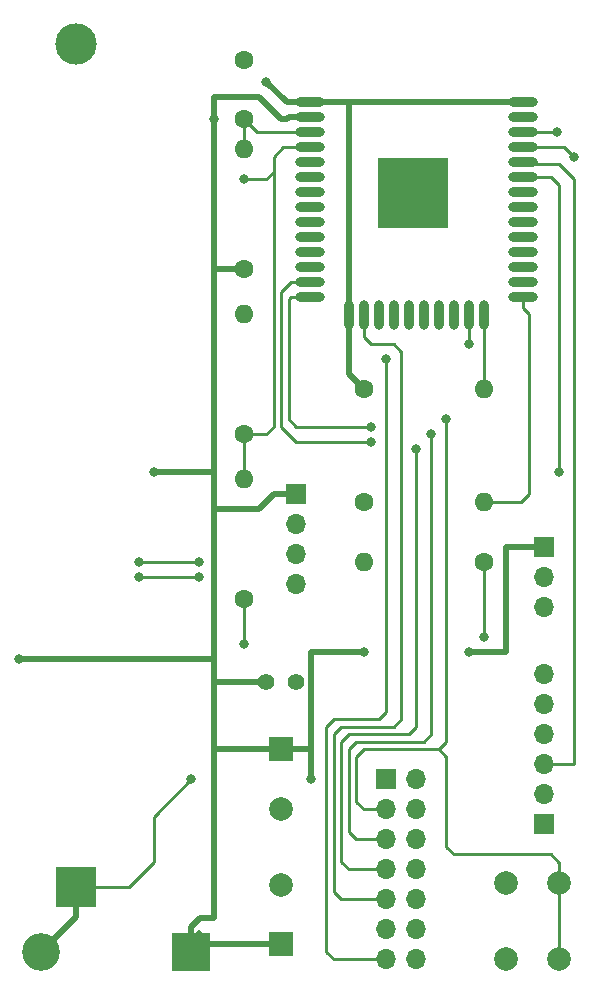
<source format=gtl>
G04 #@! TF.GenerationSoftware,KiCad,Pcbnew,(5.0.0-3-g5ebb6b6)*
G04 #@! TF.CreationDate,2018-08-06T20:02:11+02:00*
G04 #@! TF.ProjectId,esp32-sensornode,65737033322D73656E736F726E6F6465,rev?*
G04 #@! TF.SameCoordinates,Original*
G04 #@! TF.FileFunction,Copper,L1,Top,Signal*
G04 #@! TF.FilePolarity,Positive*
%FSLAX46Y46*%
G04 Gerber Fmt 4.6, Leading zero omitted, Abs format (unit mm)*
G04 Created by KiCad (PCBNEW (5.0.0-3-g5ebb6b6)) date Monday, 06 August 2018 at 20:02:11*
%MOMM*%
%LPD*%
G01*
G04 APERTURE LIST*
G04 #@! TA.AperFunction,ComponentPad*
%ADD10C,3.500000*%
G04 #@! TD*
G04 #@! TA.AperFunction,ComponentPad*
%ADD11R,3.500000X3.500000*%
G04 #@! TD*
G04 #@! TA.AperFunction,ComponentPad*
%ADD12C,1.400000*%
G04 #@! TD*
G04 #@! TA.AperFunction,ComponentPad*
%ADD13R,1.700000X1.700000*%
G04 #@! TD*
G04 #@! TA.AperFunction,ComponentPad*
%ADD14O,1.700000X1.700000*%
G04 #@! TD*
G04 #@! TA.AperFunction,ComponentPad*
%ADD15C,1.600000*%
G04 #@! TD*
G04 #@! TA.AperFunction,ComponentPad*
%ADD16O,1.600000X1.600000*%
G04 #@! TD*
G04 #@! TA.AperFunction,SMDPad,CuDef*
%ADD17O,2.500000X0.900000*%
G04 #@! TD*
G04 #@! TA.AperFunction,SMDPad,CuDef*
%ADD18O,0.900000X2.500000*%
G04 #@! TD*
G04 #@! TA.AperFunction,SMDPad,CuDef*
%ADD19R,6.000000X6.000000*%
G04 #@! TD*
G04 #@! TA.AperFunction,ComponentPad*
%ADD20C,2.000000*%
G04 #@! TD*
G04 #@! TA.AperFunction,ComponentPad*
%ADD21R,2.000000X2.000000*%
G04 #@! TD*
G04 #@! TA.AperFunction,ComponentPad*
%ADD22R,3.200000X3.200000*%
G04 #@! TD*
G04 #@! TA.AperFunction,ComponentPad*
%ADD23O,3.200000X3.200000*%
G04 #@! TD*
G04 #@! TA.AperFunction,ViaPad*
%ADD24C,0.800000*%
G04 #@! TD*
G04 #@! TA.AperFunction,Conductor*
%ADD25C,0.500000*%
G04 #@! TD*
G04 #@! TA.AperFunction,Conductor*
%ADD26C,0.250000*%
G04 #@! TD*
G04 APERTURE END LIST*
D10*
G04 #@! TO.P,BT1,2*
G04 #@! TO.N,GND*
X189030000Y-53295000D03*
D11*
G04 #@! TO.P,BT1,1*
G04 #@! TO.N,BAT*
X189030000Y-124695000D03*
G04 #@! TD*
D12*
G04 #@! TO.P,C3,1*
G04 #@! TO.N,VDD*
X205105000Y-107315000D03*
G04 #@! TO.P,C3,2*
G04 #@! TO.N,GND*
X207605000Y-107315000D03*
G04 #@! TD*
D13*
G04 #@! TO.P,J2,1*
G04 #@! TO.N,N/C*
X228600000Y-119380000D03*
D14*
G04 #@! TO.P,J2,2*
G04 #@! TO.N,/TX*
X228600000Y-116840000D03*
G04 #@! TO.P,J2,3*
G04 #@! TO.N,/RX*
X228600000Y-114300000D03*
G04 #@! TO.P,J2,4*
G04 #@! TO.N,N/C*
X228600000Y-111760000D03*
G04 #@! TO.P,J2,5*
X228600000Y-109220000D03*
G04 #@! TO.P,J2,6*
G04 #@! TO.N,GND*
X228600000Y-106680000D03*
G04 #@! TD*
D13*
G04 #@! TO.P,J3,1*
G04 #@! TO.N,VDD*
X207645000Y-91440000D03*
D14*
G04 #@! TO.P,J3,2*
G04 #@! TO.N,GND*
X207645000Y-93980000D03*
G04 #@! TO.P,J3,3*
G04 #@! TO.N,SCL*
X207645000Y-96520000D03*
G04 #@! TO.P,J3,4*
G04 #@! TO.N,SDA*
X207645000Y-99060000D03*
G04 #@! TD*
D13*
G04 #@! TO.P,J4,1*
G04 #@! TO.N,VDD*
X228600000Y-95885000D03*
D14*
G04 #@! TO.P,J4,2*
G04 #@! TO.N,Net-(J4-Pad2)*
X228600000Y-98425000D03*
G04 #@! TO.P,J4,3*
G04 #@! TO.N,GND*
X228600000Y-100965000D03*
G04 #@! TD*
D15*
G04 #@! TO.P,R1,1*
G04 #@! TO.N,VDD*
X203200000Y-72390000D03*
D16*
G04 #@! TO.P,R1,2*
G04 #@! TO.N,Net-(C1-Pad1)*
X203200000Y-62230000D03*
G04 #@! TD*
G04 #@! TO.P,R2,2*
G04 #@! TO.N,Net-(R2-Pad2)*
X223520000Y-82550000D03*
D15*
G04 #@! TO.P,R2,1*
G04 #@! TO.N,GND*
X213360000Y-82550000D03*
G04 #@! TD*
D16*
G04 #@! TO.P,R3,2*
G04 #@! TO.N,/BOOT*
X223520000Y-92075000D03*
D15*
G04 #@! TO.P,R3,1*
G04 #@! TO.N,Net-(J4-Pad2)*
X213360000Y-92075000D03*
G04 #@! TD*
G04 #@! TO.P,R6,1*
G04 #@! TO.N,BAT*
X203200000Y-100330000D03*
D16*
G04 #@! TO.P,R6,2*
G04 #@! TO.N,BAT_SENS*
X203200000Y-90170000D03*
G04 #@! TD*
D15*
G04 #@! TO.P,R7,1*
G04 #@! TO.N,BAT_SENS*
X203200000Y-86360000D03*
D16*
G04 #@! TO.P,R7,2*
G04 #@! TO.N,GND*
X203200000Y-76200000D03*
G04 #@! TD*
D17*
G04 #@! TO.P,U1,38*
G04 #@! TO.N,GND*
X226805000Y-58250000D03*
G04 #@! TO.P,U1,37*
G04 #@! TO.N,N/C*
X226805000Y-59520000D03*
G04 #@! TO.P,U1,36*
G04 #@! TO.N,SCL*
X226805000Y-60790000D03*
G04 #@! TO.P,U1,35*
G04 #@! TO.N,/TX*
X226805000Y-62060000D03*
G04 #@! TO.P,U1,34*
G04 #@! TO.N,/RX*
X226805000Y-63330000D03*
G04 #@! TO.P,U1,33*
G04 #@! TO.N,SDA*
X226805000Y-64600000D03*
G04 #@! TO.P,U1,32*
G04 #@! TO.N,N/C*
X226805000Y-65870000D03*
G04 #@! TO.P,U1,31*
X226805000Y-67140000D03*
G04 #@! TO.P,U1,30*
X226805000Y-68410000D03*
G04 #@! TO.P,U1,29*
X226805000Y-69680000D03*
G04 #@! TO.P,U1,28*
X226805000Y-70950000D03*
G04 #@! TO.P,U1,27*
X226805000Y-72220000D03*
G04 #@! TO.P,U1,26*
X226805000Y-73490000D03*
G04 #@! TO.P,U1,25*
G04 #@! TO.N,/BOOT*
X226805000Y-74760000D03*
D18*
G04 #@! TO.P,U1,24*
G04 #@! TO.N,Net-(R2-Pad2)*
X223520000Y-76250000D03*
G04 #@! TO.P,U1,23*
G04 #@! TO.N,Net-(J1-Pad13)*
X222250000Y-76250000D03*
G04 #@! TO.P,U1,22*
G04 #@! TO.N,N/C*
X220980000Y-76250000D03*
G04 #@! TO.P,U1,21*
X219710000Y-76250000D03*
G04 #@! TO.P,U1,20*
X218440000Y-76250000D03*
G04 #@! TO.P,U1,19*
X217170000Y-76250000D03*
G04 #@! TO.P,U1,18*
X215900000Y-76250000D03*
G04 #@! TO.P,U1,17*
X214630000Y-76250000D03*
G04 #@! TO.P,U1,16*
G04 #@! TO.N,Net-(J1-Pad9)*
X213360000Y-76250000D03*
G04 #@! TO.P,U1,15*
G04 #@! TO.N,GND*
X212090000Y-76250000D03*
D17*
G04 #@! TO.P,U1,14*
G04 #@! TO.N,Net-(J1-Pad5)*
X208805000Y-74760000D03*
G04 #@! TO.P,U1,13*
G04 #@! TO.N,Net-(J1-Pad7)*
X208805000Y-73490000D03*
G04 #@! TO.P,U1,12*
G04 #@! TO.N,N/C*
X208805000Y-72220000D03*
G04 #@! TO.P,U1,11*
X208805000Y-70950000D03*
G04 #@! TO.P,U1,10*
X208805000Y-69680000D03*
G04 #@! TO.P,U1,9*
X208805000Y-68410000D03*
G04 #@! TO.P,U1,8*
X208805000Y-67140000D03*
G04 #@! TO.P,U1,7*
X208805000Y-65870000D03*
G04 #@! TO.P,U1,6*
X208805000Y-64600000D03*
G04 #@! TO.P,U1,5*
X208805000Y-63330000D03*
G04 #@! TO.P,U1,4*
G04 #@! TO.N,BAT_SENS*
X208805000Y-62060000D03*
G04 #@! TO.P,U1,3*
G04 #@! TO.N,Net-(C1-Pad1)*
X208805000Y-60790000D03*
G04 #@! TO.P,U1,2*
G04 #@! TO.N,VDD*
X208805000Y-59520000D03*
G04 #@! TO.P,U1,1*
G04 #@! TO.N,GND*
X208805000Y-58250000D03*
D19*
G04 #@! TO.P,U1,39*
G04 #@! TO.N,N/C*
X217505000Y-65950000D03*
G04 #@! TD*
D20*
G04 #@! TO.P,SW1,2*
G04 #@! TO.N,Net-(C1-Pad1)*
X229925000Y-130810000D03*
G04 #@! TO.P,SW1,1*
G04 #@! TO.N,Net-(R8-Pad1)*
X225425000Y-130810000D03*
G04 #@! TO.P,SW1,2*
G04 #@! TO.N,Net-(C1-Pad1)*
X229925000Y-124310000D03*
G04 #@! TO.P,SW1,1*
G04 #@! TO.N,Net-(R8-Pad1)*
X225425000Y-124310000D03*
G04 #@! TD*
D15*
G04 #@! TO.P,R8,1*
G04 #@! TO.N,Net-(R8-Pad1)*
X223520000Y-97155000D03*
D16*
G04 #@! TO.P,R8,2*
G04 #@! TO.N,GND*
X213360000Y-97155000D03*
G04 #@! TD*
D13*
G04 #@! TO.P,J1,1*
G04 #@! TO.N,VDD*
X215265000Y-115570000D03*
D14*
G04 #@! TO.P,J1,2*
G04 #@! TO.N,N/C*
X217805000Y-115570000D03*
G04 #@! TO.P,J1,3*
G04 #@! TO.N,Net-(C1-Pad1)*
X215265000Y-118110000D03*
G04 #@! TO.P,J1,4*
G04 #@! TO.N,GND*
X217805000Y-118110000D03*
G04 #@! TO.P,J1,5*
G04 #@! TO.N,Net-(J1-Pad5)*
X215265000Y-120650000D03*
G04 #@! TO.P,J1,6*
G04 #@! TO.N,GND*
X217805000Y-120650000D03*
G04 #@! TO.P,J1,7*
G04 #@! TO.N,Net-(J1-Pad7)*
X215265000Y-123190000D03*
G04 #@! TO.P,J1,8*
G04 #@! TO.N,GND*
X217805000Y-123190000D03*
G04 #@! TO.P,J1,9*
G04 #@! TO.N,Net-(J1-Pad9)*
X215265000Y-125730000D03*
G04 #@! TO.P,J1,10*
G04 #@! TO.N,GND*
X217805000Y-125730000D03*
G04 #@! TO.P,J1,11*
X215265000Y-128270000D03*
G04 #@! TO.P,J1,12*
X217805000Y-128270000D03*
G04 #@! TO.P,J1,13*
G04 #@! TO.N,Net-(J1-Pad13)*
X215265000Y-130810000D03*
G04 #@! TO.P,J1,14*
G04 #@! TO.N,GND*
X217805000Y-130810000D03*
G04 #@! TD*
D15*
G04 #@! TO.P,C1,1*
G04 #@! TO.N,Net-(C1-Pad1)*
X203200000Y-59690000D03*
G04 #@! TO.P,C1,2*
G04 #@! TO.N,GND*
X203200000Y-54690000D03*
G04 #@! TD*
D21*
G04 #@! TO.P,C5,1*
G04 #@! TO.N,VDD*
X206375000Y-113030000D03*
D20*
G04 #@! TO.P,C5,2*
G04 #@! TO.N,GND*
X206375000Y-118030000D03*
G04 #@! TD*
G04 #@! TO.P,C6,2*
G04 #@! TO.N,GND*
X206375000Y-124540000D03*
D21*
G04 #@! TO.P,C6,1*
G04 #@! TO.N,VDD*
X206375000Y-129540000D03*
G04 #@! TD*
D22*
G04 #@! TO.P,D1,1*
G04 #@! TO.N,VDD*
X198755000Y-130175000D03*
D23*
G04 #@! TO.P,D1,2*
G04 #@! TO.N,BAT*
X186055000Y-130175000D03*
G04 #@! TD*
D24*
G04 #@! TO.N,GND*
X205105000Y-56515000D03*
G04 #@! TO.N,Net-(C1-Pad1)*
X220345000Y-85090000D03*
G04 #@! TO.N,Net-(J1-Pad5)*
X213995000Y-85725000D03*
X219075000Y-86360000D03*
G04 #@! TO.N,Net-(J1-Pad7)*
X213995000Y-86995000D03*
X217805000Y-87630000D03*
G04 #@! TO.N,Net-(J1-Pad13)*
X222250000Y-78740000D03*
X215265000Y-80010000D03*
G04 #@! TO.N,BAT_SENS*
X203200000Y-64770000D03*
G04 #@! TO.N,/TX*
X231140000Y-62865000D03*
G04 #@! TO.N,Net-(R8-Pad1)*
X223520000Y-103505000D03*
G04 #@! TO.N,SCL*
X194310000Y-97155000D03*
X199390000Y-97155000D03*
X229700000Y-60790000D03*
G04 #@! TO.N,SDA*
X194310000Y-98425000D03*
X199390000Y-98425000D03*
X229870000Y-89535000D03*
G04 #@! TO.N,VDD*
X195580000Y-89535000D03*
X222250000Y-104775000D03*
X213360000Y-104775000D03*
X208915000Y-115570000D03*
X200660000Y-59690000D03*
X184150000Y-105410000D03*
G04 #@! TO.N,BAT*
X203200000Y-104140000D03*
X198755000Y-115570000D03*
G04 #@! TD*
D25*
G04 #@! TO.N,GND*
X209440000Y-58250000D02*
X208110000Y-58250000D01*
X212040000Y-76200000D02*
X212090000Y-76250000D01*
X212090000Y-81280000D02*
X212090000Y-76250000D01*
X213360000Y-82550000D02*
X212090000Y-81280000D01*
X212090000Y-76250000D02*
X212090000Y-58250000D01*
X212090000Y-58250000D02*
X227440000Y-58250000D01*
X209440000Y-58250000D02*
X212090000Y-58250000D01*
X208805000Y-58250000D02*
X207055000Y-58250000D01*
X206840000Y-58250000D02*
X207055000Y-58250000D01*
X205105000Y-56515000D02*
X206840000Y-58250000D01*
D26*
G04 #@! TO.N,Net-(C1-Pad1)*
X204300000Y-60790000D02*
X203200000Y-59690000D01*
X208805000Y-60790000D02*
X204300000Y-60790000D01*
X203200000Y-59690000D02*
X203200000Y-62230000D01*
X229925000Y-124310000D02*
X229925000Y-130810000D01*
X215265000Y-118110000D02*
X213360000Y-118110000D01*
X213360000Y-118110000D02*
X212725000Y-117475000D01*
X212725000Y-113665000D02*
X213360000Y-113030000D01*
X220345000Y-112395000D02*
X219710000Y-113030000D01*
X220345000Y-85090000D02*
X220345000Y-112395000D01*
X219710000Y-113030000D02*
X220345000Y-113665000D01*
X229925000Y-122610000D02*
X229925000Y-124310000D01*
X229235000Y-121920000D02*
X229925000Y-122610000D01*
X220980000Y-121920000D02*
X220345000Y-121285000D01*
X212725000Y-117475000D02*
X212725000Y-113665000D01*
X229235000Y-121920000D02*
X220980000Y-121920000D01*
X220345000Y-121285000D02*
X220345000Y-113665000D01*
X213360000Y-113030000D02*
X219710000Y-113030000D01*
G04 #@! TO.N,Net-(J1-Pad5)*
X215265000Y-120650000D02*
X212725000Y-120650000D01*
X212725000Y-120650000D02*
X212090000Y-120015000D01*
X212090000Y-113030000D02*
X212725000Y-112395000D01*
X208805000Y-74760000D02*
X207180000Y-74760000D01*
X207180000Y-74760000D02*
X207010000Y-74930000D01*
X218440000Y-112395000D02*
X219075000Y-111760000D01*
X212725000Y-112395000D02*
X218440000Y-112395000D01*
X207010000Y-85090000D02*
X207645000Y-85725000D01*
X207645000Y-85725000D02*
X213995000Y-85725000D01*
X207010000Y-85090000D02*
X207010000Y-74930000D01*
X212090000Y-113030000D02*
X212090000Y-120015000D01*
X219075000Y-86360000D02*
X219075000Y-111760000D01*
G04 #@! TO.N,Net-(J1-Pad7)*
X208805000Y-73490000D02*
X207180000Y-73490000D01*
X207180000Y-73490000D02*
X206375000Y-74295000D01*
X206375000Y-85725000D02*
X207645000Y-86995000D01*
X207645000Y-86995000D02*
X213995000Y-86995000D01*
X212090000Y-123190000D02*
X215265000Y-123190000D01*
X211455000Y-122555000D02*
X212090000Y-123190000D01*
X212090000Y-111760000D02*
X211455000Y-112395000D01*
X217805000Y-87630000D02*
X217805000Y-111125000D01*
X217170000Y-111760000D02*
X212090000Y-111760000D01*
X217805000Y-111125000D02*
X217170000Y-111760000D01*
X211455000Y-112395000D02*
X211455000Y-122555000D01*
X206375000Y-74295000D02*
X206375000Y-85725000D01*
G04 #@! TO.N,Net-(J1-Pad9)*
X213995000Y-78740000D02*
X213360000Y-78105000D01*
X216535000Y-110490000D02*
X216535000Y-79375000D01*
X213360000Y-78105000D02*
X213360000Y-76250000D01*
X215900000Y-78740000D02*
X213995000Y-78740000D01*
X211455000Y-111125000D02*
X215900000Y-111125000D01*
X215900000Y-111125000D02*
X216535000Y-110490000D01*
X210820000Y-111760000D02*
X211455000Y-111125000D01*
X210820000Y-125095000D02*
X210820000Y-111760000D01*
X211455000Y-125730000D02*
X210820000Y-125095000D01*
X216535000Y-79375000D02*
X215900000Y-78740000D01*
X215265000Y-125730000D02*
X211455000Y-125730000D01*
G04 #@! TO.N,Net-(J1-Pad13)*
X222250000Y-76250000D02*
X222250000Y-78740000D01*
X214062919Y-130810000D02*
X215265000Y-130810000D01*
X210820000Y-110490000D02*
X210185000Y-111125000D01*
X214630000Y-110490000D02*
X210820000Y-110490000D01*
X215265000Y-109855000D02*
X214630000Y-110490000D01*
X215265000Y-80010000D02*
X215265000Y-109855000D01*
X210820000Y-130810000D02*
X214062919Y-130810000D01*
X210185000Y-130175000D02*
X210820000Y-130810000D01*
X210185000Y-111125000D02*
X210185000Y-130175000D01*
G04 #@! TO.N,Net-(R2-Pad2)*
X223520000Y-82550000D02*
X223520000Y-76250000D01*
G04 #@! TO.N,BAT_SENS*
X203200000Y-90170000D02*
X203200000Y-86360000D01*
X205740000Y-62865000D02*
X206545000Y-62060000D01*
X205105000Y-86360000D02*
X205740000Y-85725000D01*
X206545000Y-62060000D02*
X208805000Y-62060000D01*
X203200000Y-86360000D02*
X205105000Y-86360000D01*
X205740000Y-64135000D02*
X205105000Y-64770000D01*
X205740000Y-85725000D02*
X205740000Y-64135000D01*
X205740000Y-64135000D02*
X205740000Y-62865000D01*
X205105000Y-64770000D02*
X203200000Y-64770000D01*
G04 #@! TO.N,/TX*
X226805000Y-62060000D02*
X230335000Y-62060000D01*
X230335000Y-62060000D02*
X231140000Y-62865000D01*
G04 #@! TO.N,/RX*
X227610000Y-63500000D02*
X227440000Y-63330000D01*
X231140000Y-114300000D02*
X228600000Y-114300000D01*
X231140000Y-64770000D02*
X231140000Y-114300000D01*
X229870000Y-63500000D02*
X231140000Y-64770000D01*
X226975000Y-63500000D02*
X229870000Y-63500000D01*
X226805000Y-63330000D02*
X226975000Y-63500000D01*
G04 #@! TO.N,Net-(R8-Pad1)*
X223520000Y-97155000D02*
X223520000Y-103505000D01*
G04 #@! TO.N,SCL*
X194310000Y-97155000D02*
X199390000Y-97155000D01*
X226805000Y-60790000D02*
X229700000Y-60790000D01*
G04 #@! TO.N,SDA*
X194310000Y-98425000D02*
X199390000Y-98425000D01*
X229235000Y-64600000D02*
X226805000Y-64600000D01*
X229870000Y-65235000D02*
X229235000Y-64600000D01*
X229870000Y-89535000D02*
X229870000Y-65235000D01*
G04 #@! TO.N,/BOOT*
X226695000Y-92075000D02*
X223520000Y-92075000D01*
X227330000Y-76200000D02*
X227330000Y-91440000D01*
X226805000Y-75675000D02*
X227330000Y-76200000D01*
X227330000Y-91440000D02*
X226695000Y-92075000D01*
X226805000Y-74760000D02*
X226805000Y-75675000D01*
D25*
G04 #@! TO.N,VDD*
X207645000Y-91440000D02*
X205740000Y-91440000D01*
X205740000Y-91440000D02*
X204470000Y-92710000D01*
X204470000Y-92710000D02*
X200660000Y-92710000D01*
X200660000Y-92710000D02*
X200660000Y-100330000D01*
X203200000Y-72390000D02*
X200660000Y-72390000D01*
X195580000Y-89535000D02*
X200660000Y-89535000D01*
X200660000Y-72390000D02*
X200660000Y-89535000D01*
X228600000Y-95885000D02*
X225425000Y-95885000D01*
X225425000Y-95885000D02*
X225425000Y-104775000D01*
X208915000Y-104775000D02*
X213360000Y-104775000D01*
X200660000Y-92710000D02*
X200660000Y-89535000D01*
X222250000Y-104775000D02*
X225425000Y-104775000D01*
X200660000Y-57785000D02*
X200660000Y-59690000D01*
X200660000Y-57785000D02*
X204470000Y-57785000D01*
X207055000Y-59520000D02*
X206885000Y-59690000D01*
X208805000Y-59520000D02*
X207055000Y-59520000D01*
X206375000Y-59690000D02*
X204470000Y-57785000D01*
X206885000Y-59690000D02*
X206375000Y-59690000D01*
X199390000Y-130175000D02*
X199390000Y-128575000D01*
X200660000Y-113030000D02*
X206375000Y-113030000D01*
X206375000Y-113030000D02*
X208915000Y-113030000D01*
X208915000Y-113030000D02*
X208915000Y-115570000D01*
X208915000Y-104775000D02*
X208915000Y-113030000D01*
X205105000Y-107315000D02*
X200660000Y-107315000D01*
X200660000Y-107315000D02*
X200660000Y-113030000D01*
X200660000Y-59690000D02*
X200660000Y-72390000D01*
X200660000Y-113030000D02*
X200660000Y-127305000D01*
X205740000Y-130175000D02*
X206375000Y-129540000D01*
X184150000Y-105410000D02*
X200660000Y-105410000D01*
X200660000Y-105410000D02*
X200660000Y-107315000D01*
X200660000Y-100330000D02*
X200660000Y-105410000D01*
X199390000Y-129540000D02*
X198755000Y-130175000D01*
X206375000Y-129540000D02*
X199390000Y-129540000D01*
X199525000Y-127305000D02*
X198755000Y-128075000D01*
X198755000Y-128075000D02*
X198755000Y-130175000D01*
X200660000Y-127305000D02*
X199525000Y-127305000D01*
D26*
G04 #@! TO.N,BAT*
X203200000Y-100330000D02*
X203200000Y-104140000D01*
X203200000Y-104140000D02*
X203200000Y-104140000D01*
X198755000Y-115570000D02*
X195580000Y-118745000D01*
X195580000Y-118745000D02*
X195580000Y-122555000D01*
X193440000Y-124695000D02*
X189030000Y-124695000D01*
X195580000Y-122555000D02*
X193440000Y-124695000D01*
D25*
X189030000Y-127200000D02*
X189030000Y-124695000D01*
X186055000Y-130175000D02*
X189030000Y-127200000D01*
G04 #@! TD*
M02*

</source>
